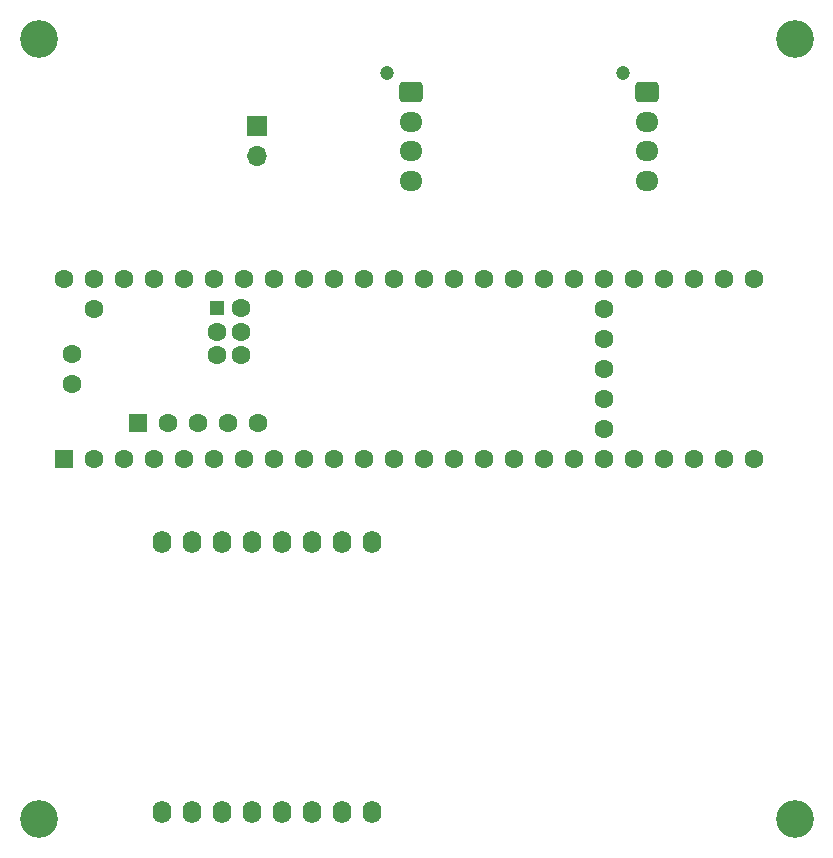
<source format=gbr>
G04 #@! TF.GenerationSoftware,KiCad,Pcbnew,7.0.8*
G04 #@! TF.CreationDate,2024-01-22T06:11:39-07:00*
G04 #@! TF.ProjectId,telemetry,74656c65-6d65-4747-9279-2e6b69636164,v1*
G04 #@! TF.SameCoordinates,Original*
G04 #@! TF.FileFunction,Soldermask,Bot*
G04 #@! TF.FilePolarity,Negative*
%FSLAX46Y46*%
G04 Gerber Fmt 4.6, Leading zero omitted, Abs format (unit mm)*
G04 Created by KiCad (PCBNEW 7.0.8) date 2024-01-22 06:11:39*
%MOMM*%
%LPD*%
G01*
G04 APERTURE LIST*
G04 Aperture macros list*
%AMRoundRect*
0 Rectangle with rounded corners*
0 $1 Rounding radius*
0 $2 $3 $4 $5 $6 $7 $8 $9 X,Y pos of 4 corners*
0 Add a 4 corners polygon primitive as box body*
4,1,4,$2,$3,$4,$5,$6,$7,$8,$9,$2,$3,0*
0 Add four circle primitives for the rounded corners*
1,1,$1+$1,$2,$3*
1,1,$1+$1,$4,$5*
1,1,$1+$1,$6,$7*
1,1,$1+$1,$8,$9*
0 Add four rect primitives between the rounded corners*
20,1,$1+$1,$2,$3,$4,$5,0*
20,1,$1+$1,$4,$5,$6,$7,0*
20,1,$1+$1,$6,$7,$8,$9,0*
20,1,$1+$1,$8,$9,$2,$3,0*%
G04 Aperture macros list end*
%ADD10C,3.200000*%
%ADD11C,1.200000*%
%ADD12RoundRect,0.250000X-0.725000X0.600000X-0.725000X-0.600000X0.725000X-0.600000X0.725000X0.600000X0*%
%ADD13O,1.950000X1.700000*%
%ADD14R,1.700000X1.700000*%
%ADD15O,1.700000X1.700000*%
%ADD16O,1.600000X1.900000*%
%ADD17R,1.600000X1.600000*%
%ADD18C,1.600000*%
%ADD19R,1.300000X1.300000*%
G04 APERTURE END LIST*
D10*
X171000000Y-129000000D03*
D11*
X156500000Y-65900000D03*
D12*
X158500000Y-67500000D03*
D13*
X158500000Y-70000000D03*
X158500000Y-72500000D03*
X158500000Y-75000000D03*
D10*
X107000000Y-63000000D03*
D11*
X136500000Y-65900000D03*
D12*
X138500000Y-67500000D03*
D13*
X138500000Y-70000000D03*
X138500000Y-72500000D03*
X138500000Y-75000000D03*
D14*
X125500000Y-70360000D03*
D15*
X125500000Y-72900000D03*
D10*
X171000000Y-63000000D03*
X107000000Y-129000000D03*
D16*
X135247500Y-105570000D03*
X132707500Y-105570000D03*
X130167500Y-105570000D03*
X127627500Y-105570000D03*
X125087500Y-105570000D03*
X122547500Y-105570000D03*
X120007500Y-105570000D03*
X117467500Y-105570000D03*
X117467500Y-128430000D03*
X120007500Y-128430000D03*
X122547500Y-128430000D03*
X125087500Y-128430000D03*
X127627500Y-128430000D03*
X130167500Y-128430000D03*
X132707500Y-128430000D03*
X135247500Y-128430000D03*
D17*
X109125000Y-98580000D03*
D18*
X111665000Y-98580000D03*
X114205000Y-98580000D03*
X116745000Y-98580000D03*
X119285000Y-98580000D03*
X121825000Y-98580000D03*
X124365000Y-98580000D03*
X126905000Y-98580000D03*
X129445000Y-98580000D03*
X131985000Y-98580000D03*
X134525000Y-98580000D03*
X137065000Y-98580000D03*
X139605000Y-98580000D03*
X142145000Y-98580000D03*
X144685000Y-98580000D03*
X147225000Y-98580000D03*
X149765000Y-98580000D03*
X152305000Y-98580000D03*
X154845000Y-98580000D03*
X157385000Y-98580000D03*
X159925000Y-98580000D03*
X162465000Y-98580000D03*
X165005000Y-98580000D03*
X167545000Y-98580000D03*
X167545000Y-83340000D03*
X165005000Y-83340000D03*
X162465000Y-83340000D03*
X159925000Y-83340000D03*
X157385000Y-83340000D03*
X154845000Y-83340000D03*
X152305000Y-83340000D03*
X149765000Y-83340000D03*
X147225000Y-83340000D03*
X144685000Y-83340000D03*
X142145000Y-83340000D03*
X139605000Y-83340000D03*
X137065000Y-83340000D03*
X134525000Y-83340000D03*
X131985000Y-83340000D03*
X129445000Y-83340000D03*
X126905000Y-83340000D03*
X124365000Y-83340000D03*
X121825000Y-83340000D03*
X119285000Y-83340000D03*
X116745000Y-83340000D03*
X114205000Y-83340000D03*
X111665000Y-83340000D03*
X109125000Y-83340000D03*
X111665000Y-85880000D03*
X154845000Y-96040000D03*
X154845000Y-93500000D03*
X154845000Y-90960000D03*
X154845000Y-88420000D03*
X154845000Y-85880000D03*
D17*
X115424200Y-95529200D03*
D18*
X117964200Y-95529200D03*
X120504200Y-95529200D03*
X123044200Y-95529200D03*
X125584200Y-95529200D03*
D19*
X122095000Y-85778400D03*
D18*
X122095000Y-87778400D03*
X122095000Y-89778400D03*
X124095000Y-89778400D03*
X124095000Y-87778400D03*
X124095000Y-85778400D03*
X109855000Y-89690000D03*
X109855000Y-92230000D03*
M02*

</source>
